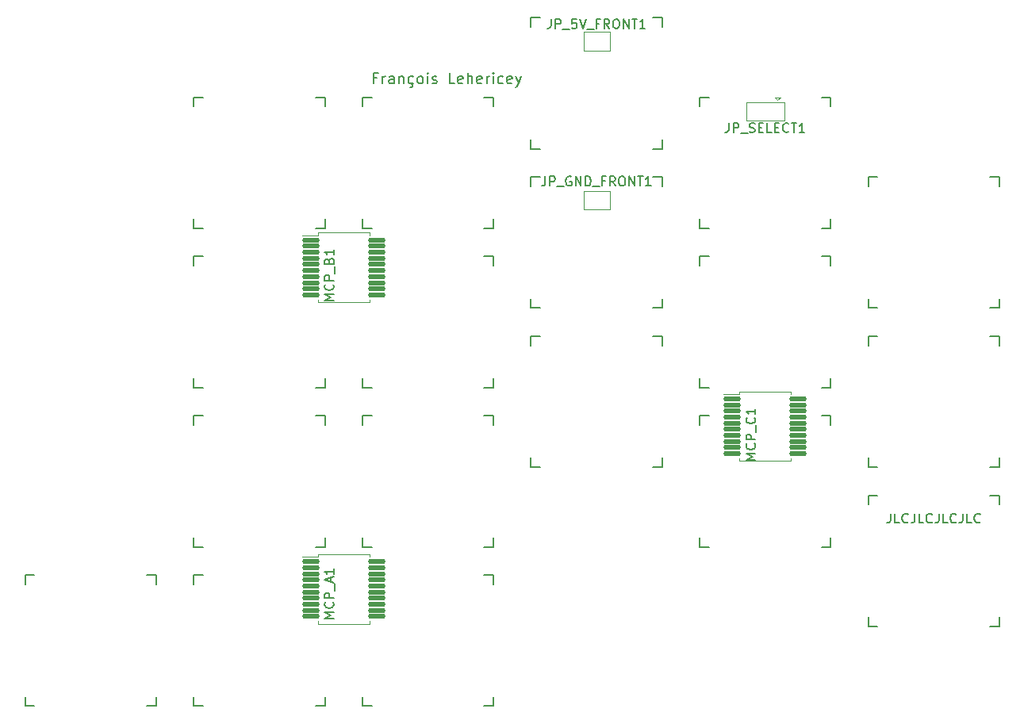
<source format=gbr>
%TF.GenerationSoftware,KiCad,Pcbnew,(6.0.4)*%
%TF.CreationDate,2022-11-15T19:41:09+00:00*%
%TF.ProjectId,pcb_v2,7063625f-7632-42e6-9b69-6361645f7063,rev?*%
%TF.SameCoordinates,Original*%
%TF.FileFunction,Legend,Top*%
%TF.FilePolarity,Positive*%
%FSLAX46Y46*%
G04 Gerber Fmt 4.6, Leading zero omitted, Abs format (unit mm)*
G04 Created by KiCad (PCBNEW (6.0.4)) date 2022-11-15 19:41:09*
%MOMM*%
%LPD*%
G01*
G04 APERTURE LIST*
G04 Aperture macros list*
%AMRoundRect*
0 Rectangle with rounded corners*
0 $1 Rounding radius*
0 $2 $3 $4 $5 $6 $7 $8 $9 X,Y pos of 4 corners*
0 Add a 4 corners polygon primitive as box body*
4,1,4,$2,$3,$4,$5,$6,$7,$8,$9,$2,$3,0*
0 Add four circle primitives for the rounded corners*
1,1,$1+$1,$2,$3*
1,1,$1+$1,$4,$5*
1,1,$1+$1,$6,$7*
1,1,$1+$1,$8,$9*
0 Add four rect primitives between the rounded corners*
20,1,$1+$1,$2,$3,$4,$5,0*
20,1,$1+$1,$4,$5,$6,$7,0*
20,1,$1+$1,$6,$7,$8,$9,0*
20,1,$1+$1,$8,$9,$2,$3,0*%
G04 Aperture macros list end*
%ADD10C,0.150000*%
%ADD11C,0.120000*%
%ADD12C,3.429000*%
%ADD13C,1.701800*%
%ADD14C,2.032000*%
%ADD15R,1.000000X1.500000*%
%ADD16RoundRect,0.125000X-0.825000X-0.125000X0.825000X-0.125000X0.825000X0.125000X-0.825000X0.125000X0*%
%ADD17C,0.800000*%
%ADD18O,1.400000X1.000000*%
%ADD19O,2.500000X1.000000*%
G04 APERTURE END LIST*
D10*
X126380952Y-115952380D02*
X126380952Y-116666666D01*
X126333333Y-116809523D01*
X126238095Y-116904761D01*
X126095238Y-116952380D01*
X126000000Y-116952380D01*
X127333333Y-116952380D02*
X126857142Y-116952380D01*
X126857142Y-115952380D01*
X128238095Y-116857142D02*
X128190476Y-116904761D01*
X128047619Y-116952380D01*
X127952380Y-116952380D01*
X127809523Y-116904761D01*
X127714285Y-116809523D01*
X127666666Y-116714285D01*
X127619047Y-116523809D01*
X127619047Y-116380952D01*
X127666666Y-116190476D01*
X127714285Y-116095238D01*
X127809523Y-116000000D01*
X127952380Y-115952380D01*
X128047619Y-115952380D01*
X128190476Y-116000000D01*
X128238095Y-116047619D01*
X128952380Y-115952380D02*
X128952380Y-116666666D01*
X128904761Y-116809523D01*
X128809523Y-116904761D01*
X128666666Y-116952380D01*
X128571428Y-116952380D01*
X129904761Y-116952380D02*
X129428571Y-116952380D01*
X129428571Y-115952380D01*
X130809523Y-116857142D02*
X130761904Y-116904761D01*
X130619047Y-116952380D01*
X130523809Y-116952380D01*
X130380952Y-116904761D01*
X130285714Y-116809523D01*
X130238095Y-116714285D01*
X130190476Y-116523809D01*
X130190476Y-116380952D01*
X130238095Y-116190476D01*
X130285714Y-116095238D01*
X130380952Y-116000000D01*
X130523809Y-115952380D01*
X130619047Y-115952380D01*
X130761904Y-116000000D01*
X130809523Y-116047619D01*
X131523809Y-115952380D02*
X131523809Y-116666666D01*
X131476190Y-116809523D01*
X131380952Y-116904761D01*
X131238095Y-116952380D01*
X131142857Y-116952380D01*
X132476190Y-116952380D02*
X132000000Y-116952380D01*
X132000000Y-115952380D01*
X133380952Y-116857142D02*
X133333333Y-116904761D01*
X133190476Y-116952380D01*
X133095238Y-116952380D01*
X132952380Y-116904761D01*
X132857142Y-116809523D01*
X132809523Y-116714285D01*
X132761904Y-116523809D01*
X132761904Y-116380952D01*
X132809523Y-116190476D01*
X132857142Y-116095238D01*
X132952380Y-116000000D01*
X133095238Y-115952380D01*
X133190476Y-115952380D01*
X133333333Y-116000000D01*
X133380952Y-116047619D01*
X134095238Y-115952380D02*
X134095238Y-116666666D01*
X134047619Y-116809523D01*
X133952380Y-116904761D01*
X133809523Y-116952380D01*
X133714285Y-116952380D01*
X135047619Y-116952380D02*
X134571428Y-116952380D01*
X134571428Y-115952380D01*
X135952380Y-116857142D02*
X135904761Y-116904761D01*
X135761904Y-116952380D01*
X135666666Y-116952380D01*
X135523809Y-116904761D01*
X135428571Y-116809523D01*
X135380952Y-116714285D01*
X135333333Y-116523809D01*
X135333333Y-116380952D01*
X135380952Y-116190476D01*
X135428571Y-116095238D01*
X135523809Y-116000000D01*
X135666666Y-115952380D01*
X135761904Y-115952380D01*
X135904761Y-116000000D01*
X135952380Y-116047619D01*
X71552380Y-69417857D02*
X71169047Y-69417857D01*
X71169047Y-70020238D02*
X71169047Y-68870238D01*
X71716666Y-68870238D01*
X72154761Y-70020238D02*
X72154761Y-69253571D01*
X72154761Y-69472619D02*
X72209523Y-69363095D01*
X72264285Y-69308333D01*
X72373809Y-69253571D01*
X72483333Y-69253571D01*
X73359523Y-70020238D02*
X73359523Y-69417857D01*
X73304761Y-69308333D01*
X73195238Y-69253571D01*
X72976190Y-69253571D01*
X72866666Y-69308333D01*
X73359523Y-69965476D02*
X73250000Y-70020238D01*
X72976190Y-70020238D01*
X72866666Y-69965476D01*
X72811904Y-69855952D01*
X72811904Y-69746428D01*
X72866666Y-69636904D01*
X72976190Y-69582142D01*
X73250000Y-69582142D01*
X73359523Y-69527380D01*
X73907142Y-69253571D02*
X73907142Y-70020238D01*
X73907142Y-69363095D02*
X73961904Y-69308333D01*
X74071428Y-69253571D01*
X74235714Y-69253571D01*
X74345238Y-69308333D01*
X74400000Y-69417857D01*
X74400000Y-70020238D01*
X75440476Y-69965476D02*
X75330952Y-70020238D01*
X75111904Y-70020238D01*
X75002380Y-69965476D01*
X74947619Y-69910714D01*
X74892857Y-69801190D01*
X74892857Y-69472619D01*
X74947619Y-69363095D01*
X75002380Y-69308333D01*
X75111904Y-69253571D01*
X75330952Y-69253571D01*
X75440476Y-69308333D01*
X75221428Y-70075000D02*
X75330952Y-70129761D01*
X75385714Y-70239285D01*
X75330952Y-70348809D01*
X75221428Y-70403571D01*
X75057142Y-70403571D01*
X76097619Y-70020238D02*
X75988095Y-69965476D01*
X75933333Y-69910714D01*
X75878571Y-69801190D01*
X75878571Y-69472619D01*
X75933333Y-69363095D01*
X75988095Y-69308333D01*
X76097619Y-69253571D01*
X76261904Y-69253571D01*
X76371428Y-69308333D01*
X76426190Y-69363095D01*
X76480952Y-69472619D01*
X76480952Y-69801190D01*
X76426190Y-69910714D01*
X76371428Y-69965476D01*
X76261904Y-70020238D01*
X76097619Y-70020238D01*
X76973809Y-70020238D02*
X76973809Y-69253571D01*
X76973809Y-68870238D02*
X76919047Y-68925000D01*
X76973809Y-68979761D01*
X77028571Y-68925000D01*
X76973809Y-68870238D01*
X76973809Y-68979761D01*
X77466666Y-69965476D02*
X77576190Y-70020238D01*
X77795238Y-70020238D01*
X77904761Y-69965476D01*
X77959523Y-69855952D01*
X77959523Y-69801190D01*
X77904761Y-69691666D01*
X77795238Y-69636904D01*
X77630952Y-69636904D01*
X77521428Y-69582142D01*
X77466666Y-69472619D01*
X77466666Y-69417857D01*
X77521428Y-69308333D01*
X77630952Y-69253571D01*
X77795238Y-69253571D01*
X77904761Y-69308333D01*
X79876190Y-70020238D02*
X79328571Y-70020238D01*
X79328571Y-68870238D01*
X80697619Y-69965476D02*
X80588095Y-70020238D01*
X80369047Y-70020238D01*
X80259523Y-69965476D01*
X80204761Y-69855952D01*
X80204761Y-69417857D01*
X80259523Y-69308333D01*
X80369047Y-69253571D01*
X80588095Y-69253571D01*
X80697619Y-69308333D01*
X80752380Y-69417857D01*
X80752380Y-69527380D01*
X80204761Y-69636904D01*
X81245238Y-70020238D02*
X81245238Y-68870238D01*
X81738095Y-70020238D02*
X81738095Y-69417857D01*
X81683333Y-69308333D01*
X81573809Y-69253571D01*
X81409523Y-69253571D01*
X81300000Y-69308333D01*
X81245238Y-69363095D01*
X82723809Y-69965476D02*
X82614285Y-70020238D01*
X82395238Y-70020238D01*
X82285714Y-69965476D01*
X82230952Y-69855952D01*
X82230952Y-69417857D01*
X82285714Y-69308333D01*
X82395238Y-69253571D01*
X82614285Y-69253571D01*
X82723809Y-69308333D01*
X82778571Y-69417857D01*
X82778571Y-69527380D01*
X82230952Y-69636904D01*
X83271428Y-70020238D02*
X83271428Y-69253571D01*
X83271428Y-69472619D02*
X83326190Y-69363095D01*
X83380952Y-69308333D01*
X83490476Y-69253571D01*
X83599999Y-69253571D01*
X83983333Y-70020238D02*
X83983333Y-69253571D01*
X83983333Y-68870238D02*
X83928571Y-68925000D01*
X83983333Y-68979761D01*
X84038095Y-68925000D01*
X83983333Y-68870238D01*
X83983333Y-68979761D01*
X85023809Y-69965476D02*
X84914285Y-70020238D01*
X84695238Y-70020238D01*
X84585714Y-69965476D01*
X84530952Y-69910714D01*
X84476190Y-69801190D01*
X84476190Y-69472619D01*
X84530952Y-69363095D01*
X84585714Y-69308333D01*
X84695238Y-69253571D01*
X84914285Y-69253571D01*
X85023809Y-69308333D01*
X85954761Y-69965476D02*
X85845238Y-70020238D01*
X85626190Y-70020238D01*
X85516666Y-69965476D01*
X85461904Y-69855952D01*
X85461904Y-69417857D01*
X85516666Y-69308333D01*
X85626190Y-69253571D01*
X85845238Y-69253571D01*
X85954761Y-69308333D01*
X86009523Y-69417857D01*
X86009523Y-69527380D01*
X85461904Y-69636904D01*
X86392857Y-69253571D02*
X86666666Y-70020238D01*
X86940476Y-69253571D02*
X86666666Y-70020238D01*
X86557142Y-70294047D01*
X86502380Y-70348809D01*
X86392857Y-70403571D01*
%TO.C,JP_SELECT1*%
X109119047Y-74252380D02*
X109119047Y-74966666D01*
X109071428Y-75109523D01*
X108976190Y-75204761D01*
X108833333Y-75252380D01*
X108738095Y-75252380D01*
X109595238Y-75252380D02*
X109595238Y-74252380D01*
X109976190Y-74252380D01*
X110071428Y-74300000D01*
X110119047Y-74347619D01*
X110166666Y-74442857D01*
X110166666Y-74585714D01*
X110119047Y-74680952D01*
X110071428Y-74728571D01*
X109976190Y-74776190D01*
X109595238Y-74776190D01*
X110357142Y-75347619D02*
X111119047Y-75347619D01*
X111309523Y-75204761D02*
X111452380Y-75252380D01*
X111690476Y-75252380D01*
X111785714Y-75204761D01*
X111833333Y-75157142D01*
X111880952Y-75061904D01*
X111880952Y-74966666D01*
X111833333Y-74871428D01*
X111785714Y-74823809D01*
X111690476Y-74776190D01*
X111500000Y-74728571D01*
X111404761Y-74680952D01*
X111357142Y-74633333D01*
X111309523Y-74538095D01*
X111309523Y-74442857D01*
X111357142Y-74347619D01*
X111404761Y-74300000D01*
X111500000Y-74252380D01*
X111738095Y-74252380D01*
X111880952Y-74300000D01*
X112309523Y-74728571D02*
X112642857Y-74728571D01*
X112785714Y-75252380D02*
X112309523Y-75252380D01*
X112309523Y-74252380D01*
X112785714Y-74252380D01*
X113690476Y-75252380D02*
X113214285Y-75252380D01*
X113214285Y-74252380D01*
X114023809Y-74728571D02*
X114357142Y-74728571D01*
X114500000Y-75252380D02*
X114023809Y-75252380D01*
X114023809Y-74252380D01*
X114500000Y-74252380D01*
X115500000Y-75157142D02*
X115452380Y-75204761D01*
X115309523Y-75252380D01*
X115214285Y-75252380D01*
X115071428Y-75204761D01*
X114976190Y-75109523D01*
X114928571Y-75014285D01*
X114880952Y-74823809D01*
X114880952Y-74680952D01*
X114928571Y-74490476D01*
X114976190Y-74395238D01*
X115071428Y-74300000D01*
X115214285Y-74252380D01*
X115309523Y-74252380D01*
X115452380Y-74300000D01*
X115500000Y-74347619D01*
X115785714Y-74252380D02*
X116357142Y-74252380D01*
X116071428Y-75252380D02*
X116071428Y-74252380D01*
X117214285Y-75252380D02*
X116642857Y-75252380D01*
X116928571Y-75252380D02*
X116928571Y-74252380D01*
X116833333Y-74395238D01*
X116738095Y-74490476D01*
X116642857Y-74538095D01*
%TO.C,MCP_C1*%
X111952380Y-110190476D02*
X110952380Y-110190476D01*
X111666666Y-109857142D01*
X110952380Y-109523809D01*
X111952380Y-109523809D01*
X111857142Y-108476190D02*
X111904761Y-108523809D01*
X111952380Y-108666666D01*
X111952380Y-108761904D01*
X111904761Y-108904761D01*
X111809523Y-109000000D01*
X111714285Y-109047619D01*
X111523809Y-109095238D01*
X111380952Y-109095238D01*
X111190476Y-109047619D01*
X111095238Y-109000000D01*
X111000000Y-108904761D01*
X110952380Y-108761904D01*
X110952380Y-108666666D01*
X111000000Y-108523809D01*
X111047619Y-108476190D01*
X111952380Y-108047619D02*
X110952380Y-108047619D01*
X110952380Y-107666666D01*
X111000000Y-107571428D01*
X111047619Y-107523809D01*
X111142857Y-107476190D01*
X111285714Y-107476190D01*
X111380952Y-107523809D01*
X111428571Y-107571428D01*
X111476190Y-107666666D01*
X111476190Y-108047619D01*
X112047619Y-107285714D02*
X112047619Y-106523809D01*
X111857142Y-105714285D02*
X111904761Y-105761904D01*
X111952380Y-105904761D01*
X111952380Y-106000000D01*
X111904761Y-106142857D01*
X111809523Y-106238095D01*
X111714285Y-106285714D01*
X111523809Y-106333333D01*
X111380952Y-106333333D01*
X111190476Y-106285714D01*
X111095238Y-106238095D01*
X111000000Y-106142857D01*
X110952380Y-106000000D01*
X110952380Y-105904761D01*
X111000000Y-105761904D01*
X111047619Y-105714285D01*
X111952380Y-104761904D02*
X111952380Y-105333333D01*
X111952380Y-105047619D02*
X110952380Y-105047619D01*
X111095238Y-105142857D01*
X111190476Y-105238095D01*
X111238095Y-105333333D01*
%TO.C,MCP_A1*%
X66952380Y-127119047D02*
X65952380Y-127119047D01*
X66666666Y-126785714D01*
X65952380Y-126452380D01*
X66952380Y-126452380D01*
X66857142Y-125404761D02*
X66904761Y-125452380D01*
X66952380Y-125595238D01*
X66952380Y-125690476D01*
X66904761Y-125833333D01*
X66809523Y-125928571D01*
X66714285Y-125976190D01*
X66523809Y-126023809D01*
X66380952Y-126023809D01*
X66190476Y-125976190D01*
X66095238Y-125928571D01*
X66000000Y-125833333D01*
X65952380Y-125690476D01*
X65952380Y-125595238D01*
X66000000Y-125452380D01*
X66047619Y-125404761D01*
X66952380Y-124976190D02*
X65952380Y-124976190D01*
X65952380Y-124595238D01*
X66000000Y-124500000D01*
X66047619Y-124452380D01*
X66142857Y-124404761D01*
X66285714Y-124404761D01*
X66380952Y-124452380D01*
X66428571Y-124500000D01*
X66476190Y-124595238D01*
X66476190Y-124976190D01*
X67047619Y-124214285D02*
X67047619Y-123452380D01*
X66666666Y-123261904D02*
X66666666Y-122785714D01*
X66952380Y-123357142D02*
X65952380Y-123023809D01*
X66952380Y-122690476D01*
X66952380Y-121833333D02*
X66952380Y-122404761D01*
X66952380Y-122119047D02*
X65952380Y-122119047D01*
X66095238Y-122214285D01*
X66190476Y-122309523D01*
X66238095Y-122404761D01*
%TO.C,JP_5V_FRONT1*%
X90142857Y-63152380D02*
X90142857Y-63866666D01*
X90095238Y-64009523D01*
X90000000Y-64104761D01*
X89857142Y-64152380D01*
X89761904Y-64152380D01*
X90619047Y-64152380D02*
X90619047Y-63152380D01*
X91000000Y-63152380D01*
X91095238Y-63200000D01*
X91142857Y-63247619D01*
X91190476Y-63342857D01*
X91190476Y-63485714D01*
X91142857Y-63580952D01*
X91095238Y-63628571D01*
X91000000Y-63676190D01*
X90619047Y-63676190D01*
X91380952Y-64247619D02*
X92142857Y-64247619D01*
X92857142Y-63152380D02*
X92380952Y-63152380D01*
X92333333Y-63628571D01*
X92380952Y-63580952D01*
X92476190Y-63533333D01*
X92714285Y-63533333D01*
X92809523Y-63580952D01*
X92857142Y-63628571D01*
X92904761Y-63723809D01*
X92904761Y-63961904D01*
X92857142Y-64057142D01*
X92809523Y-64104761D01*
X92714285Y-64152380D01*
X92476190Y-64152380D01*
X92380952Y-64104761D01*
X92333333Y-64057142D01*
X93190476Y-63152380D02*
X93523809Y-64152380D01*
X93857142Y-63152380D01*
X93952380Y-64247619D02*
X94714285Y-64247619D01*
X95285714Y-63628571D02*
X94952380Y-63628571D01*
X94952380Y-64152380D02*
X94952380Y-63152380D01*
X95428571Y-63152380D01*
X96380952Y-64152380D02*
X96047619Y-63676190D01*
X95809523Y-64152380D02*
X95809523Y-63152380D01*
X96190476Y-63152380D01*
X96285714Y-63200000D01*
X96333333Y-63247619D01*
X96380952Y-63342857D01*
X96380952Y-63485714D01*
X96333333Y-63580952D01*
X96285714Y-63628571D01*
X96190476Y-63676190D01*
X95809523Y-63676190D01*
X97000000Y-63152380D02*
X97190476Y-63152380D01*
X97285714Y-63200000D01*
X97380952Y-63295238D01*
X97428571Y-63485714D01*
X97428571Y-63819047D01*
X97380952Y-64009523D01*
X97285714Y-64104761D01*
X97190476Y-64152380D01*
X97000000Y-64152380D01*
X96904761Y-64104761D01*
X96809523Y-64009523D01*
X96761904Y-63819047D01*
X96761904Y-63485714D01*
X96809523Y-63295238D01*
X96904761Y-63200000D01*
X97000000Y-63152380D01*
X97857142Y-64152380D02*
X97857142Y-63152380D01*
X98428571Y-64152380D01*
X98428571Y-63152380D01*
X98761904Y-63152380D02*
X99333333Y-63152380D01*
X99047619Y-64152380D02*
X99047619Y-63152380D01*
X100190476Y-64152380D02*
X99619047Y-64152380D01*
X99904761Y-64152380D02*
X99904761Y-63152380D01*
X99809523Y-63295238D01*
X99714285Y-63390476D01*
X99619047Y-63438095D01*
%TO.C,MCP_B1*%
X66952380Y-93190476D02*
X65952380Y-93190476D01*
X66666666Y-92857142D01*
X65952380Y-92523809D01*
X66952380Y-92523809D01*
X66857142Y-91476190D02*
X66904761Y-91523809D01*
X66952380Y-91666666D01*
X66952380Y-91761904D01*
X66904761Y-91904761D01*
X66809523Y-92000000D01*
X66714285Y-92047619D01*
X66523809Y-92095238D01*
X66380952Y-92095238D01*
X66190476Y-92047619D01*
X66095238Y-92000000D01*
X66000000Y-91904761D01*
X65952380Y-91761904D01*
X65952380Y-91666666D01*
X66000000Y-91523809D01*
X66047619Y-91476190D01*
X66952380Y-91047619D02*
X65952380Y-91047619D01*
X65952380Y-90666666D01*
X66000000Y-90571428D01*
X66047619Y-90523809D01*
X66142857Y-90476190D01*
X66285714Y-90476190D01*
X66380952Y-90523809D01*
X66428571Y-90571428D01*
X66476190Y-90666666D01*
X66476190Y-91047619D01*
X67047619Y-90285714D02*
X67047619Y-89523809D01*
X66428571Y-88952380D02*
X66476190Y-88809523D01*
X66523809Y-88761904D01*
X66619047Y-88714285D01*
X66761904Y-88714285D01*
X66857142Y-88761904D01*
X66904761Y-88809523D01*
X66952380Y-88904761D01*
X66952380Y-89285714D01*
X65952380Y-89285714D01*
X65952380Y-88952380D01*
X66000000Y-88857142D01*
X66047619Y-88809523D01*
X66142857Y-88761904D01*
X66238095Y-88761904D01*
X66333333Y-88809523D01*
X66380952Y-88857142D01*
X66428571Y-88952380D01*
X66428571Y-89285714D01*
X66952380Y-87761904D02*
X66952380Y-88333333D01*
X66952380Y-88047619D02*
X65952380Y-88047619D01*
X66095238Y-88142857D01*
X66190476Y-88238095D01*
X66238095Y-88333333D01*
%TO.C,JP_GND_FRONT1*%
X89523809Y-79952380D02*
X89523809Y-80666666D01*
X89476190Y-80809523D01*
X89380952Y-80904761D01*
X89238095Y-80952380D01*
X89142857Y-80952380D01*
X90000000Y-80952380D02*
X90000000Y-79952380D01*
X90380952Y-79952380D01*
X90476190Y-80000000D01*
X90523809Y-80047619D01*
X90571428Y-80142857D01*
X90571428Y-80285714D01*
X90523809Y-80380952D01*
X90476190Y-80428571D01*
X90380952Y-80476190D01*
X90000000Y-80476190D01*
X90761904Y-81047619D02*
X91523809Y-81047619D01*
X92285714Y-80000000D02*
X92190476Y-79952380D01*
X92047619Y-79952380D01*
X91904761Y-80000000D01*
X91809523Y-80095238D01*
X91761904Y-80190476D01*
X91714285Y-80380952D01*
X91714285Y-80523809D01*
X91761904Y-80714285D01*
X91809523Y-80809523D01*
X91904761Y-80904761D01*
X92047619Y-80952380D01*
X92142857Y-80952380D01*
X92285714Y-80904761D01*
X92333333Y-80857142D01*
X92333333Y-80523809D01*
X92142857Y-80523809D01*
X92761904Y-80952380D02*
X92761904Y-79952380D01*
X93333333Y-80952380D01*
X93333333Y-79952380D01*
X93809523Y-80952380D02*
X93809523Y-79952380D01*
X94047619Y-79952380D01*
X94190476Y-80000000D01*
X94285714Y-80095238D01*
X94333333Y-80190476D01*
X94380952Y-80380952D01*
X94380952Y-80523809D01*
X94333333Y-80714285D01*
X94285714Y-80809523D01*
X94190476Y-80904761D01*
X94047619Y-80952380D01*
X93809523Y-80952380D01*
X94571428Y-81047619D02*
X95333333Y-81047619D01*
X95904761Y-80428571D02*
X95571428Y-80428571D01*
X95571428Y-80952380D02*
X95571428Y-79952380D01*
X96047619Y-79952380D01*
X97000000Y-80952380D02*
X96666666Y-80476190D01*
X96428571Y-80952380D02*
X96428571Y-79952380D01*
X96809523Y-79952380D01*
X96904761Y-80000000D01*
X96952380Y-80047619D01*
X97000000Y-80142857D01*
X97000000Y-80285714D01*
X96952380Y-80380952D01*
X96904761Y-80428571D01*
X96809523Y-80476190D01*
X96428571Y-80476190D01*
X97619047Y-79952380D02*
X97809523Y-79952380D01*
X97904761Y-80000000D01*
X98000000Y-80095238D01*
X98047619Y-80285714D01*
X98047619Y-80619047D01*
X98000000Y-80809523D01*
X97904761Y-80904761D01*
X97809523Y-80952380D01*
X97619047Y-80952380D01*
X97523809Y-80904761D01*
X97428571Y-80809523D01*
X97380952Y-80619047D01*
X97380952Y-80285714D01*
X97428571Y-80095238D01*
X97523809Y-80000000D01*
X97619047Y-79952380D01*
X98476190Y-80952380D02*
X98476190Y-79952380D01*
X99047619Y-80952380D01*
X99047619Y-79952380D01*
X99380952Y-79952380D02*
X99952380Y-79952380D01*
X99666666Y-80952380D02*
X99666666Y-79952380D01*
X100809523Y-80952380D02*
X100238095Y-80952380D01*
X100523809Y-80952380D02*
X100523809Y-79952380D01*
X100428571Y-80095238D01*
X100333333Y-80190476D01*
X100238095Y-80238095D01*
%TO.C,KEY_B_4*%
X71000000Y-85500000D02*
X70000000Y-85500000D01*
X70000000Y-71500000D02*
X71000000Y-71500000D01*
X84000000Y-71500000D02*
X84000000Y-72500000D01*
X83000000Y-71500000D02*
X84000000Y-71500000D01*
X70000000Y-85500000D02*
X70000000Y-84500000D01*
X70000000Y-72500000D02*
X70000000Y-71500000D01*
X84000000Y-85500000D02*
X83000000Y-85500000D01*
X84000000Y-84500000D02*
X84000000Y-85500000D01*
%TO.C,KEY_B_2*%
X88000000Y-94000000D02*
X88000000Y-93000000D01*
X88000000Y-81000000D02*
X88000000Y-80000000D01*
X102000000Y-80000000D02*
X102000000Y-81000000D01*
X102000000Y-93000000D02*
X102000000Y-94000000D01*
X101000000Y-80000000D02*
X102000000Y-80000000D01*
X102000000Y-94000000D02*
X101000000Y-94000000D01*
X88000000Y-80000000D02*
X89000000Y-80000000D01*
X89000000Y-94000000D02*
X88000000Y-94000000D01*
%TO.C,KEY_C_1*%
X124000000Y-115000000D02*
X124000000Y-114000000D01*
X137000000Y-114000000D02*
X138000000Y-114000000D01*
X124000000Y-128000000D02*
X124000000Y-127000000D01*
X138000000Y-127000000D02*
X138000000Y-128000000D01*
X125000000Y-128000000D02*
X124000000Y-128000000D01*
X138000000Y-128000000D02*
X137000000Y-128000000D01*
X124000000Y-114000000D02*
X125000000Y-114000000D01*
X138000000Y-114000000D02*
X138000000Y-115000000D01*
%TO.C,KEY_A_0*%
X70000000Y-136500000D02*
X70000000Y-135500000D01*
X83000000Y-122500000D02*
X84000000Y-122500000D01*
X84000000Y-136500000D02*
X83000000Y-136500000D01*
X71000000Y-136500000D02*
X70000000Y-136500000D01*
X84000000Y-135500000D02*
X84000000Y-136500000D01*
X84000000Y-122500000D02*
X84000000Y-123500000D01*
D11*
%TO.C,JP_SELECT1*%
X115050000Y-72000000D02*
X115050000Y-74000000D01*
X114300000Y-71800000D02*
X114600000Y-71500000D01*
X114300000Y-71800000D02*
X114000000Y-71500000D01*
X110950000Y-72000000D02*
X115050000Y-72000000D01*
X114600000Y-71500000D02*
X114000000Y-71500000D01*
X115050000Y-74000000D02*
X110950000Y-74000000D01*
X110950000Y-74000000D02*
X110950000Y-72000000D01*
D10*
%TO.C,KEY_C_3*%
X125000000Y-94000000D02*
X124000000Y-94000000D01*
X138000000Y-94000000D02*
X137000000Y-94000000D01*
X124000000Y-81000000D02*
X124000000Y-80000000D01*
X137000000Y-80000000D02*
X138000000Y-80000000D01*
X124000000Y-94000000D02*
X124000000Y-93000000D01*
X138000000Y-80000000D02*
X138000000Y-81000000D01*
X138000000Y-93000000D02*
X138000000Y-94000000D01*
X124000000Y-80000000D02*
X125000000Y-80000000D01*
%TO.C,KEY_C_0*%
X106000000Y-119500000D02*
X106000000Y-118500000D01*
X106000000Y-106500000D02*
X106000000Y-105500000D01*
X120000000Y-118500000D02*
X120000000Y-119500000D01*
X120000000Y-105500000D02*
X120000000Y-106500000D01*
X120000000Y-119500000D02*
X119000000Y-119500000D01*
X106000000Y-105500000D02*
X107000000Y-105500000D01*
X119000000Y-105500000D02*
X120000000Y-105500000D01*
X107000000Y-119500000D02*
X106000000Y-119500000D01*
D11*
%TO.C,MCP_C1*%
X115750417Y-102913017D02*
X115750417Y-103188017D01*
X110230417Y-102913017D02*
X110230417Y-103188017D01*
X112990417Y-102913017D02*
X110230417Y-102913017D01*
X112990417Y-110333017D02*
X110230417Y-110333017D01*
X110230417Y-103188017D02*
X108540417Y-103188017D01*
X112990417Y-102913017D02*
X115750417Y-102913017D01*
X110230417Y-110333017D02*
X110230417Y-110058017D01*
X115750417Y-110333017D02*
X115750417Y-110058017D01*
X112990417Y-110333017D02*
X115750417Y-110333017D01*
D10*
%TO.C,KEY_C_2*%
X125000000Y-111000000D02*
X124000000Y-111000000D01*
X124000000Y-98000000D02*
X124000000Y-97000000D01*
X124000000Y-111000000D02*
X124000000Y-110000000D01*
X137000000Y-97000000D02*
X138000000Y-97000000D01*
X138000000Y-97000000D02*
X138000000Y-98000000D01*
X138000000Y-111000000D02*
X137000000Y-111000000D01*
X138000000Y-110000000D02*
X138000000Y-111000000D01*
X124000000Y-97000000D02*
X125000000Y-97000000D01*
%TO.C,KEY_A_5*%
X52000000Y-88500000D02*
X53000000Y-88500000D01*
X53000000Y-102500000D02*
X52000000Y-102500000D01*
X66000000Y-102500000D02*
X65000000Y-102500000D01*
X66000000Y-101500000D02*
X66000000Y-102500000D01*
X52000000Y-89500000D02*
X52000000Y-88500000D01*
X52000000Y-102500000D02*
X52000000Y-101500000D01*
%TO.C,KEY_B_1*%
X102000000Y-97000000D02*
X102000000Y-98000000D01*
X88000000Y-111000000D02*
X88000000Y-110000000D01*
X102000000Y-110000000D02*
X102000000Y-111000000D01*
X102000000Y-111000000D02*
X101000000Y-111000000D01*
X101000000Y-97000000D02*
X102000000Y-97000000D01*
X88000000Y-98000000D02*
X88000000Y-97000000D01*
X88000000Y-97000000D02*
X89000000Y-97000000D01*
X89000000Y-111000000D02*
X88000000Y-111000000D01*
%TO.C,KEY_C_5*%
X120000000Y-88500000D02*
X120000000Y-89500000D01*
X106000000Y-102500000D02*
X106000000Y-101500000D01*
X120000000Y-101500000D02*
X120000000Y-102500000D01*
X107000000Y-102500000D02*
X106000000Y-102500000D01*
X106000000Y-89500000D02*
X106000000Y-88500000D01*
X106000000Y-88500000D02*
X107000000Y-88500000D01*
X120000000Y-102500000D02*
X119000000Y-102500000D01*
X119000000Y-88500000D02*
X120000000Y-88500000D01*
%TO.C,KEY_B_0*%
X83000000Y-88500000D02*
X84000000Y-88500000D01*
X70000000Y-102500000D02*
X70000000Y-101500000D01*
X84000000Y-88500000D02*
X84000000Y-89500000D01*
X84000000Y-101500000D02*
X84000000Y-102500000D01*
X84000000Y-102500000D02*
X83000000Y-102500000D01*
X71000000Y-102500000D02*
X70000000Y-102500000D01*
D11*
%TO.C,MCP_A1*%
X68000000Y-120290000D02*
X65240000Y-120290000D01*
X68000000Y-127710000D02*
X70760000Y-127710000D01*
X65240000Y-120290000D02*
X65240000Y-120565000D01*
X68000000Y-127710000D02*
X65240000Y-127710000D01*
X70760000Y-127710000D02*
X70760000Y-127435000D01*
X70760000Y-120290000D02*
X70760000Y-120565000D01*
X68000000Y-120290000D02*
X70760000Y-120290000D01*
X65240000Y-120565000D02*
X63550000Y-120565000D01*
X65240000Y-127710000D02*
X65240000Y-127435000D01*
D10*
%TO.C,KEY_A_3*%
X84000000Y-118500000D02*
X84000000Y-119500000D01*
X84000000Y-105500000D02*
X84000000Y-106500000D01*
X70000000Y-119500000D02*
X70000000Y-118500000D01*
X84000000Y-119500000D02*
X83000000Y-119500000D01*
X83000000Y-105500000D02*
X84000000Y-105500000D01*
X71000000Y-119500000D02*
X70000000Y-119500000D01*
X70000000Y-106500000D02*
X70000000Y-105500000D01*
X70000000Y-105500000D02*
X71000000Y-105500000D01*
%TO.C,KEY_A_1*%
X52000000Y-136500000D02*
X52000000Y-135500000D01*
X52000000Y-123500000D02*
X52000000Y-122500000D01*
X66000000Y-136500000D02*
X65000000Y-136500000D01*
X66000000Y-135500000D02*
X66000000Y-136500000D01*
X53000000Y-136500000D02*
X52000000Y-136500000D01*
X52000000Y-122500000D02*
X53000000Y-122500000D01*
%TO.C,KEY_A_2*%
X48000000Y-136500000D02*
X47000000Y-136500000D01*
X47000000Y-122500000D02*
X48000000Y-122500000D01*
X48000000Y-122500000D02*
X48000000Y-123500000D01*
X34000000Y-136500000D02*
X34000000Y-135500000D01*
X34000000Y-122500000D02*
X35000000Y-122500000D01*
X48000000Y-135500000D02*
X48000000Y-136500000D01*
X34000000Y-123500000D02*
X34000000Y-122500000D01*
X35000000Y-136500000D02*
X34000000Y-136500000D01*
D11*
%TO.C,JP_5V_FRONT1*%
X93600000Y-66500000D02*
X93600000Y-64500000D01*
X96400000Y-66500000D02*
X93600000Y-66500000D01*
X93600000Y-64500000D02*
X96400000Y-64500000D01*
X96400000Y-64500000D02*
X96400000Y-66500000D01*
%TO.C,MCP_B1*%
X70760000Y-93385000D02*
X70760000Y-93110000D01*
X68000000Y-93385000D02*
X70760000Y-93385000D01*
X65240000Y-86240000D02*
X63550000Y-86240000D01*
X65240000Y-93385000D02*
X65240000Y-93110000D01*
X70760000Y-85965000D02*
X70760000Y-86240000D01*
X68000000Y-93385000D02*
X65240000Y-93385000D01*
X68000000Y-85965000D02*
X70760000Y-85965000D01*
X65240000Y-85965000D02*
X65240000Y-86240000D01*
X68000000Y-85965000D02*
X65240000Y-85965000D01*
%TO.C,JP_GND_FRONT1*%
X96400000Y-83500000D02*
X93600000Y-83500000D01*
X96400000Y-81500000D02*
X96400000Y-83500000D01*
X93600000Y-81500000D02*
X96400000Y-81500000D01*
X93600000Y-83500000D02*
X93600000Y-81500000D01*
D10*
%TO.C,KEY_B_5*%
X65000000Y-71500000D02*
X66000000Y-71500000D01*
X66000000Y-84500000D02*
X66000000Y-85500000D01*
X53000000Y-85500000D02*
X52000000Y-85500000D01*
X52000000Y-71500000D02*
X53000000Y-71500000D01*
X66000000Y-85500000D02*
X65000000Y-85500000D01*
X66000000Y-71500000D02*
X66000000Y-72500000D01*
X52000000Y-85500000D02*
X52000000Y-84500000D01*
X52000000Y-72500000D02*
X52000000Y-71500000D01*
%TO.C,KEY_B_3*%
X102000000Y-63000000D02*
X102000000Y-64000000D01*
X102000000Y-76000000D02*
X102000000Y-77000000D01*
X88000000Y-64000000D02*
X88000000Y-63000000D01*
X102000000Y-77000000D02*
X101000000Y-77000000D01*
X88000000Y-77000000D02*
X88000000Y-76000000D01*
X101000000Y-63000000D02*
X102000000Y-63000000D01*
X89000000Y-77000000D02*
X88000000Y-77000000D01*
X88000000Y-63000000D02*
X89000000Y-63000000D01*
%TO.C,KEY_C_4*%
X119000000Y-71500000D02*
X120000000Y-71500000D01*
X107000000Y-85500000D02*
X106000000Y-85500000D01*
X106000000Y-71500000D02*
X107000000Y-71500000D01*
X120000000Y-85500000D02*
X119000000Y-85500000D01*
X120000000Y-71500000D02*
X120000000Y-72500000D01*
X106000000Y-72500000D02*
X106000000Y-71500000D01*
X120000000Y-84500000D02*
X120000000Y-85500000D01*
X106000000Y-85500000D02*
X106000000Y-84500000D01*
%TO.C,KEY_A_4*%
X66000000Y-119500000D02*
X65000000Y-119500000D01*
X52000000Y-119500000D02*
X52000000Y-118500000D01*
X66000000Y-118500000D02*
X66000000Y-119500000D01*
X53000000Y-119500000D02*
X52000000Y-119500000D01*
X66000000Y-105500000D02*
X66000000Y-106500000D01*
X52000000Y-106500000D02*
X52000000Y-105500000D01*
X65000000Y-105500000D02*
X66000000Y-105500000D01*
X52000000Y-105500000D02*
X53000000Y-105500000D01*
%TD*%
%LPC*%
D12*
%TO.C,KEY_B_4*%
X77000000Y-78500000D03*
D13*
X82500000Y-78500000D03*
X71500000Y-78500000D03*
D14*
X77000000Y-84400000D03*
X72000000Y-82300000D03*
X82000000Y-82300000D03*
%TD*%
D12*
%TO.C,KEY_B_2*%
X95000000Y-87000000D03*
D13*
X100500000Y-87000000D03*
X89500000Y-87000000D03*
D14*
X95000000Y-92900000D03*
X90000000Y-90800000D03*
X100000000Y-90800000D03*
%TD*%
D12*
%TO.C,KEY_C_1*%
X131000000Y-121000000D03*
D13*
X136500000Y-121000000D03*
X125500000Y-121000000D03*
D14*
X131000000Y-126900000D03*
X126000000Y-124800000D03*
X136000000Y-124800000D03*
%TD*%
D13*
%TO.C,KEY_A_0*%
X82500000Y-129500000D03*
X71500000Y-129500000D03*
D12*
X77000000Y-129500000D03*
D14*
X77000000Y-135400000D03*
X72000000Y-133300000D03*
X82000000Y-133300000D03*
%TD*%
D15*
%TO.C,JP_SELECT1*%
X114300000Y-73000000D03*
X113000000Y-73000000D03*
X111700000Y-73000000D03*
%TD*%
D13*
%TO.C,KEY_C_3*%
X125500000Y-87000000D03*
D12*
X131000000Y-87000000D03*
D13*
X136500000Y-87000000D03*
D14*
X131000000Y-92900000D03*
X136000000Y-90800000D03*
X126000000Y-90800000D03*
%TD*%
D13*
%TO.C,KEY_C_0*%
X118500000Y-112500000D03*
D12*
X113000000Y-112500000D03*
D13*
X107500000Y-112500000D03*
D14*
X113000000Y-118400000D03*
X108000000Y-116300000D03*
X118000000Y-116300000D03*
%TD*%
D16*
%TO.C,MCP_C1*%
X109490417Y-103698017D03*
X109490417Y-104348017D03*
X109490417Y-104998017D03*
X109490417Y-105648017D03*
X109490417Y-106298017D03*
X109490417Y-106948017D03*
X109490417Y-107598017D03*
X109490417Y-108248017D03*
X109490417Y-108898017D03*
X109490417Y-109548017D03*
X116490417Y-109548017D03*
X116490417Y-108898017D03*
X116490417Y-108248017D03*
X116490417Y-107598017D03*
X116490417Y-106948017D03*
X116490417Y-106298017D03*
X116490417Y-105648017D03*
X116490417Y-104998017D03*
X116490417Y-104348017D03*
X116490417Y-103698017D03*
%TD*%
D13*
%TO.C,KEY_C_2*%
X125500000Y-104000000D03*
X136500000Y-104000000D03*
D12*
X131000000Y-104000000D03*
D14*
X131000000Y-109900000D03*
X126000000Y-107800000D03*
X136000000Y-107800000D03*
%TD*%
D13*
%TO.C,KEY_A_5*%
X64500000Y-95500000D03*
D12*
X59000000Y-95500000D03*
D13*
X53500000Y-95500000D03*
D14*
X59000000Y-101400000D03*
X64000000Y-99300000D03*
X54000000Y-99300000D03*
%TD*%
D13*
%TO.C,KEY_B_1*%
X89500000Y-104000000D03*
X100500000Y-104000000D03*
D12*
X95000000Y-104000000D03*
D14*
X95000000Y-109900000D03*
X90000000Y-107800000D03*
X100000000Y-107800000D03*
%TD*%
D13*
%TO.C,KEY_C_5*%
X107500000Y-95500000D03*
D12*
X113000000Y-95500000D03*
D13*
X118500000Y-95500000D03*
D14*
X113000000Y-101400000D03*
X108000000Y-99300000D03*
X118000000Y-99300000D03*
%TD*%
D17*
%TO.C,JACK1*%
X109012500Y-66500000D03*
X116012500Y-66500000D03*
D18*
X111412500Y-68800000D03*
X114412500Y-68800000D03*
D19*
X106862500Y-64200000D03*
X106862500Y-68800000D03*
%TD*%
D13*
%TO.C,KEY_B_0*%
X82500000Y-95500000D03*
X71500000Y-95500000D03*
D12*
X77000000Y-95500000D03*
D14*
X77000000Y-101400000D03*
X72000000Y-99300000D03*
X82000000Y-99300000D03*
%TD*%
D16*
%TO.C,MCP_A1*%
X64500000Y-121075000D03*
X64500000Y-121725000D03*
X64500000Y-122375000D03*
X64500000Y-123025000D03*
X64500000Y-123675000D03*
X64500000Y-124325000D03*
X64500000Y-124975000D03*
X64500000Y-125625000D03*
X64500000Y-126275000D03*
X64500000Y-126925000D03*
X71500000Y-126925000D03*
X71500000Y-126275000D03*
X71500000Y-125625000D03*
X71500000Y-124975000D03*
X71500000Y-124325000D03*
X71500000Y-123675000D03*
X71500000Y-123025000D03*
X71500000Y-122375000D03*
X71500000Y-121725000D03*
X71500000Y-121075000D03*
%TD*%
D12*
%TO.C,KEY_A_3*%
X77000000Y-112500000D03*
D13*
X82500000Y-112500000D03*
X71500000Y-112500000D03*
D14*
X77000000Y-118400000D03*
X82000000Y-116300000D03*
X72000000Y-116300000D03*
%TD*%
D13*
%TO.C,KEY_A_1*%
X53500000Y-129500000D03*
X64500000Y-129500000D03*
D12*
X59000000Y-129500000D03*
D14*
X59000000Y-135400000D03*
X54000000Y-133300000D03*
X64000000Y-133300000D03*
%TD*%
D12*
%TO.C,KEY_A_2*%
X41000000Y-129500000D03*
D13*
X35500000Y-129500000D03*
X46500000Y-129500000D03*
D14*
X41000000Y-135400000D03*
X36000000Y-133300000D03*
X46000000Y-133300000D03*
%TD*%
D15*
%TO.C,JP_5V_FRONT1*%
X94350000Y-65500000D03*
X95650000Y-65500000D03*
%TD*%
D16*
%TO.C,MCP_B1*%
X64500000Y-86750000D03*
X64500000Y-87400000D03*
X64500000Y-88050000D03*
X64500000Y-88700000D03*
X64500000Y-89350000D03*
X64500000Y-90000000D03*
X64500000Y-90650000D03*
X64500000Y-91300000D03*
X64500000Y-91950000D03*
X64500000Y-92600000D03*
X71500000Y-92600000D03*
X71500000Y-91950000D03*
X71500000Y-91300000D03*
X71500000Y-90650000D03*
X71500000Y-90000000D03*
X71500000Y-89350000D03*
X71500000Y-88700000D03*
X71500000Y-88050000D03*
X71500000Y-87400000D03*
X71500000Y-86750000D03*
%TD*%
D15*
%TO.C,JP_GND_FRONT1*%
X95650000Y-82500000D03*
X94350000Y-82500000D03*
%TD*%
D13*
%TO.C,KEY_B_5*%
X53500000Y-78500000D03*
D12*
X59000000Y-78500000D03*
D13*
X64500000Y-78500000D03*
D14*
X59000000Y-84400000D03*
X64000000Y-82300000D03*
X54000000Y-82300000D03*
%TD*%
D12*
%TO.C,KEY_B_3*%
X95000000Y-70000000D03*
D13*
X100500000Y-70000000D03*
X89500000Y-70000000D03*
D14*
X95000000Y-75900000D03*
X100000000Y-73800000D03*
X90000000Y-73800000D03*
%TD*%
D12*
%TO.C,KEY_C_4*%
X113000000Y-78500000D03*
D13*
X107500000Y-78500000D03*
X118500000Y-78500000D03*
D14*
X113000000Y-84400000D03*
X108000000Y-82300000D03*
X118000000Y-82300000D03*
%TD*%
D13*
%TO.C,KEY_A_4*%
X64500000Y-112500000D03*
D12*
X59000000Y-112500000D03*
D13*
X53500000Y-112500000D03*
D14*
X59000000Y-118400000D03*
X54000000Y-116300000D03*
X64000000Y-116300000D03*
%TD*%
M02*

</source>
